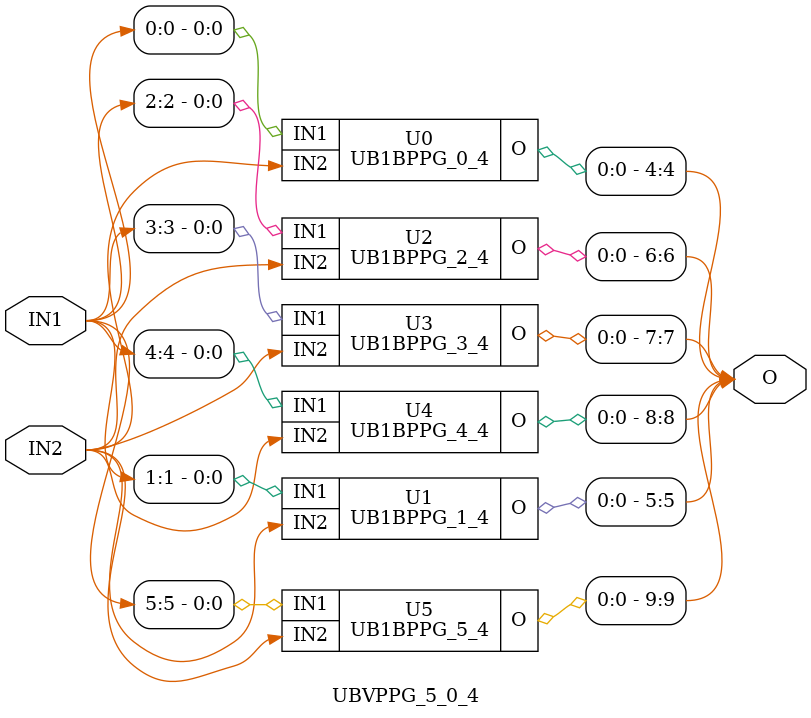
<source format=v>
/*----------------------------------------------------------------------------
  Copyright (c) 2021 Homma laboratory. All rights reserved.

  Top module: Multiplier_5_0_5_000

  Number system: Unsigned binary
  Multiplicand length: 6
  Multiplier length: 6
  Partial product generation: Simple PPG
  Partial product accumulation: Redundant binary addition tree
  Final stage addition: Carry select adder
----------------------------------------------------------------------------*/

module UB1BPPG_0_0(O, IN1, IN2);
  output O;
  input IN1;
  input IN2;
  assign O = IN1 & IN2;
endmodule

module UB1BPPG_1_0(O, IN1, IN2);
  output O;
  input IN1;
  input IN2;
  assign O = IN1 & IN2;
endmodule

module UB1BPPG_2_0(O, IN1, IN2);
  output O;
  input IN1;
  input IN2;
  assign O = IN1 & IN2;
endmodule

module UB1BPPG_3_0(O, IN1, IN2);
  output O;
  input IN1;
  input IN2;
  assign O = IN1 & IN2;
endmodule

module UB1BPPG_4_0(O, IN1, IN2);
  output O;
  input IN1;
  input IN2;
  assign O = IN1 & IN2;
endmodule

module UB1BPPG_5_0(O, IN1, IN2);
  output O;
  input IN1;
  input IN2;
  assign O = IN1 & IN2;
endmodule

module UB1BPPG_0_1(O, IN1, IN2);
  output O;
  input IN1;
  input IN2;
  assign O = IN1 & IN2;
endmodule

module UB1BPPG_1_1(O, IN1, IN2);
  output O;
  input IN1;
  input IN2;
  assign O = IN1 & IN2;
endmodule

module UB1BPPG_2_1(O, IN1, IN2);
  output O;
  input IN1;
  input IN2;
  assign O = IN1 & IN2;
endmodule

module UB1BPPG_3_1(O, IN1, IN2);
  output O;
  input IN1;
  input IN2;
  assign O = IN1 & IN2;
endmodule

module UB1BPPG_4_1(O, IN1, IN2);
  output O;
  input IN1;
  input IN2;
  assign O = IN1 & IN2;
endmodule

module UB1BPPG_5_1(O, IN1, IN2);
  output O;
  input IN1;
  input IN2;
  assign O = IN1 & IN2;
endmodule

module SignP_0(O);
  output O;
  assign O = 0;
endmodule

module BWCPN_1(O, I, S);
  output O;
  input I;
  input S;
  assign O = S ^ ( ~ I );
endmodule

module BWCPN_2(O, I, S);
  output O;
  input I;
  input S;
  assign O = S ^ ( ~ I );
endmodule

module BWCPN_3(O, I, S);
  output O;
  input I;
  input S;
  assign O = S ^ ( ~ I );
endmodule

module BWCPN_4(O, I, S);
  output O;
  input I;
  input S;
  assign O = S ^ ( ~ I );
endmodule

module BWCPN_5(O, I, S);
  output O;
  input I;
  input S;
  assign O = S ^ ( ~ I );
endmodule

module BWCPN_6(O, I, S);
  output O;
  input I;
  input S;
  assign O = S ^ ( ~ I );
endmodule

module NUBBBG_1(O, S);
  output O;
  input S;
  assign O = ~ S;
endmodule

module UBHBBG_7(O, S);
  output O;
  input S;
  assign O = ~ S;
endmodule

module UB1DCON_7(O, I);
  output O;
  input I;
  assign O = I;
endmodule

module UBZero_6_6(O);
  output [6:6] O;
  assign O[6] = 0;
endmodule

module UB1DCON_0(O, I);
  output O;
  input I;
  assign O = I;
endmodule

module UB1DCON_1(O, I);
  output O;
  input I;
  assign O = I;
endmodule

module UB1DCON_2(O, I);
  output O;
  input I;
  assign O = I;
endmodule

module UB1DCON_3(O, I);
  output O;
  input I;
  assign O = I;
endmodule

module UB1DCON_4(O, I);
  output O;
  input I;
  assign O = I;
endmodule

module UB1DCON_5(O, I);
  output O;
  input I;
  assign O = I;
endmodule

module NUBZero_7_7(O);
  output [7:7] O;
  assign O[7] = 0;
endmodule

module NUBZero_0_0(O);
  output [0:0] O;
  assign O[0] = 0;
endmodule

module NUB1DCON_7(O, I);
  output O;
  input I;
  assign O = I;
endmodule

module NUB1DCON_1(O, I);
  output O;
  input I;
  assign O = I;
endmodule

module NUB1DCON_2(O, I);
  output O;
  input I;
  assign O = I;
endmodule

module NUB1DCON_3(O, I);
  output O;
  input I;
  assign O = I;
endmodule

module NUB1DCON_4(O, I);
  output O;
  input I;
  assign O = I;
endmodule

module NUB1DCON_5(O, I);
  output O;
  input I;
  assign O = I;
endmodule

module NUB1DCON_6(O, I);
  output O;
  input I;
  assign O = I;
endmodule

module NUB1DCON_0(O, I);
  output O;
  input I;
  assign O = I;
endmodule

module SD2DigitCom_0(O_p, O_n, I_n, I_p);
  output O_p, O_n;
  input I_n;
  input I_p;
  assign O_p = I_p;
  assign O_n = I_n;
endmodule

module SD2DigitCom_1(O_p, O_n, I_n, I_p);
  output O_p, O_n;
  input I_n;
  input I_p;
  assign O_p = I_p;
  assign O_n = I_n;
endmodule

module SD2DigitCom_2(O_p, O_n, I_n, I_p);
  output O_p, O_n;
  input I_n;
  input I_p;
  assign O_p = I_p;
  assign O_n = I_n;
endmodule

module SD2DigitCom_3(O_p, O_n, I_n, I_p);
  output O_p, O_n;
  input I_n;
  input I_p;
  assign O_p = I_p;
  assign O_n = I_n;
endmodule

module SD2DigitCom_4(O_p, O_n, I_n, I_p);
  output O_p, O_n;
  input I_n;
  input I_p;
  assign O_p = I_p;
  assign O_n = I_n;
endmodule

module SD2DigitCom_5(O_p, O_n, I_n, I_p);
  output O_p, O_n;
  input I_n;
  input I_p;
  assign O_p = I_p;
  assign O_n = I_n;
endmodule

module SD2DigitCom_6(O_p, O_n, I_n, I_p);
  output O_p, O_n;
  input I_n;
  input I_p;
  assign O_p = I_p;
  assign O_n = I_n;
endmodule

module SD2DigitCom_7(O_p, O_n, I_n, I_p);
  output O_p, O_n;
  input I_n;
  input I_p;
  assign O_p = I_p;
  assign O_n = I_n;
endmodule

module UB1BPPG_0_2(O, IN1, IN2);
  output O;
  input IN1;
  input IN2;
  assign O = IN1 & IN2;
endmodule

module UB1BPPG_1_2(O, IN1, IN2);
  output O;
  input IN1;
  input IN2;
  assign O = IN1 & IN2;
endmodule

module UB1BPPG_2_2(O, IN1, IN2);
  output O;
  input IN1;
  input IN2;
  assign O = IN1 & IN2;
endmodule

module UB1BPPG_3_2(O, IN1, IN2);
  output O;
  input IN1;
  input IN2;
  assign O = IN1 & IN2;
endmodule

module UB1BPPG_4_2(O, IN1, IN2);
  output O;
  input IN1;
  input IN2;
  assign O = IN1 & IN2;
endmodule

module UB1BPPG_5_2(O, IN1, IN2);
  output O;
  input IN1;
  input IN2;
  assign O = IN1 & IN2;
endmodule

module UB1BPPG_0_3(O, IN1, IN2);
  output O;
  input IN1;
  input IN2;
  assign O = IN1 & IN2;
endmodule

module UB1BPPG_1_3(O, IN1, IN2);
  output O;
  input IN1;
  input IN2;
  assign O = IN1 & IN2;
endmodule

module UB1BPPG_2_3(O, IN1, IN2);
  output O;
  input IN1;
  input IN2;
  assign O = IN1 & IN2;
endmodule

module UB1BPPG_3_3(O, IN1, IN2);
  output O;
  input IN1;
  input IN2;
  assign O = IN1 & IN2;
endmodule

module UB1BPPG_4_3(O, IN1, IN2);
  output O;
  input IN1;
  input IN2;
  assign O = IN1 & IN2;
endmodule

module UB1BPPG_5_3(O, IN1, IN2);
  output O;
  input IN1;
  input IN2;
  assign O = IN1 & IN2;
endmodule

module BWCPN_7(O, I, S);
  output O;
  input I;
  input S;
  assign O = S ^ ( ~ I );
endmodule

module BWCPN_8(O, I, S);
  output O;
  input I;
  input S;
  assign O = S ^ ( ~ I );
endmodule

module NUBBBG_3(O, S);
  output O;
  input S;
  assign O = ~ S;
endmodule

module UBHBBG_9(O, S);
  output O;
  input S;
  assign O = ~ S;
endmodule

module UB1DCON_9(O, I);
  output O;
  input I;
  assign O = I;
endmodule

module UBZero_8_8(O);
  output [8:8] O;
  assign O[8] = 0;
endmodule

module UB1DCON_6(O, I);
  output O;
  input I;
  assign O = I;
endmodule

module NUBZero_9_9(O);
  output [9:9] O;
  assign O[9] = 0;
endmodule

module NUBZero_2_2(O);
  output [2:2] O;
  assign O[2] = 0;
endmodule

module NUB1DCON_9(O, I);
  output O;
  input I;
  assign O = I;
endmodule

module NUB1DCON_8(O, I);
  output O;
  input I;
  assign O = I;
endmodule

module SD2DigitCom_8(O_p, O_n, I_n, I_p);
  output O_p, O_n;
  input I_n;
  input I_p;
  assign O_p = I_p;
  assign O_n = I_n;
endmodule

module SD2DigitCom_9(O_p, O_n, I_n, I_p);
  output O_p, O_n;
  input I_n;
  input I_p;
  assign O_p = I_p;
  assign O_n = I_n;
endmodule

module UB1BPPG_0_4(O, IN1, IN2);
  output O;
  input IN1;
  input IN2;
  assign O = IN1 & IN2;
endmodule

module UB1BPPG_1_4(O, IN1, IN2);
  output O;
  input IN1;
  input IN2;
  assign O = IN1 & IN2;
endmodule

module UB1BPPG_2_4(O, IN1, IN2);
  output O;
  input IN1;
  input IN2;
  assign O = IN1 & IN2;
endmodule

module UB1BPPG_3_4(O, IN1, IN2);
  output O;
  input IN1;
  input IN2;
  assign O = IN1 & IN2;
endmodule

module UB1BPPG_4_4(O, IN1, IN2);
  output O;
  input IN1;
  input IN2;
  assign O = IN1 & IN2;
endmodule

module UB1BPPG_5_4(O, IN1, IN2);
  output O;
  input IN1;
  input IN2;
  assign O = IN1 & IN2;
endmodule

module UB1BPPG_0_5(O, IN1, IN2);
  output O;
  input IN1;
  input IN2;
  assign O = IN1 & IN2;
endmodule

module UB1BPPG_1_5(O, IN1, IN2);
  output O;
  input IN1;
  input IN2;
  assign O = IN1 & IN2;
endmodule

module UB1BPPG_2_5(O, IN1, IN2);
  output O;
  input IN1;
  input IN2;
  assign O = IN1 & IN2;
endmodule

module UB1BPPG_3_5(O, IN1, IN2);
  output O;
  input IN1;
  input IN2;
  assign O = IN1 & IN2;
endmodule

module UB1BPPG_4_5(O, IN1, IN2);
  output O;
  input IN1;
  input IN2;
  assign O = IN1 & IN2;
endmodule

module UB1BPPG_5_5(O, IN1, IN2);
  output O;
  input IN1;
  input IN2;
  assign O = IN1 & IN2;
endmodule

module BWCPN_9(O, I, S);
  output O;
  input I;
  input S;
  assign O = S ^ ( ~ I );
endmodule

module BWCPN_10(O, I, S);
  output O;
  input I;
  input S;
  assign O = S ^ ( ~ I );
endmodule

module NUBBBG_5(O, S);
  output O;
  input S;
  assign O = ~ S;
endmodule

module UBHBBG_11(O, S);
  output O;
  input S;
  assign O = ~ S;
endmodule

module UB1DCON_11(O, I);
  output O;
  input I;
  assign O = I;
endmodule

module UBZero_10_10(O);
  output [10:10] O;
  assign O[10] = 0;
endmodule

module UB1DCON_8(O, I);
  output O;
  input I;
  assign O = I;
endmodule

module NUBZero_11_11(O);
  output [11:11] O;
  assign O[11] = 0;
endmodule

module NUBZero_4_4(O);
  output [4:4] O;
  assign O[4] = 0;
endmodule

module NUB1DCON_11(O, I);
  output O;
  input I;
  assign O = I;
endmodule

module NUB1DCON_10(O, I);
  output O;
  input I;
  assign O = I;
endmodule

module SD2DigitCom_10(O_p, O_n, I_n, I_p);
  output O_p, O_n;
  input I_n;
  input I_p;
  assign O_p = I_p;
  assign O_n = I_n;
endmodule

module SD2DigitCom_11(O_p, O_n, I_n, I_p);
  output O_p, O_n;
  input I_n;
  input I_p;
  assign O_p = I_p;
  assign O_n = I_n;
endmodule

module NTCSD2Conv_6_1(O_p, O_n, I_T, I_R);
  output [6:1] O_p, O_n;
  input [5:1] I_R;
  input [6:6] I_T;
  assign O_p[6] = I_T;
  assign O_n[6] = 0;
  assign O_p[5] = 0;
  assign O_n[5] = I_R[5];
  assign O_p[4] = 0;
  assign O_n[4] = I_R[4];
  assign O_p[3] = 0;
  assign O_n[3] = I_R[3];
  assign O_p[2] = 0;
  assign O_n[2] = I_R[2];
  assign O_p[1] = 0;
  assign O_n[1] = I_R[1];
endmodule

module SD2_PN_A_Zero_9_8(O_p, O_n);
  output [9:8] O_p, O_n;
  assign O_p[8] = 0;
  assign O_n[8] = 0;
  assign O_p[9] = 0;
  assign O_n[9] = 0;
endmodule

module SD2_PN_A1DCON_8(O_p, O_n, I_p, I_n);
  output O_p, O_n;
  input I_p, I_n;
  assign O_p = I_p;
  assign O_n = I_n;
endmodule

module SD2_PN_A1DCON_9(O_p, O_n, I_p, I_n);
  output O_p, O_n;
  input I_p, I_n;
  assign O_p = I_p;
  assign O_n = I_n;
endmodule

module SD2_PN_A1DCON_0(O_p, O_n, I_p, I_n);
  output O_p, O_n;
  input I_p, I_n;
  assign O_p = I_p;
  assign O_n = I_n;
endmodule

module SD2_PN_A1DCON_1(O_p, O_n, I_p, I_n);
  output O_p, O_n;
  input I_p, I_n;
  assign O_p = I_p;
  assign O_n = I_n;
endmodule

module SD2_PN_A1DCON_2(O_p, O_n, I_p, I_n);
  output O_p, O_n;
  input I_p, I_n;
  assign O_p = I_p;
  assign O_n = I_n;
endmodule

module SD2_PN_A1DCON_3(O_p, O_n, I_p, I_n);
  output O_p, O_n;
  input I_p, I_n;
  assign O_p = I_p;
  assign O_n = I_n;
endmodule

module SD2_PN_A1DCON_4(O_p, O_n, I_p, I_n);
  output O_p, O_n;
  input I_p, I_n;
  assign O_p = I_p;
  assign O_n = I_n;
endmodule

module SD2_PN_A1DCON_5(O_p, O_n, I_p, I_n);
  output O_p, O_n;
  input I_p, I_n;
  assign O_p = I_p;
  assign O_n = I_n;
endmodule

module SD2_PN_A1DCON_6(O_p, O_n, I_p, I_n);
  output O_p, O_n;
  input I_p, I_n;
  assign O_p = I_p;
  assign O_n = I_n;
endmodule

module SD2_PN_A1DCON_7(O_p, O_n, I_p, I_n);
  output O_p, O_n;
  input I_p, I_n;
  assign O_p = I_p;
  assign O_n = I_n;
endmodule

module UBZero_2_2(O);
  output [2:2] O;
  assign O[2] = 0;
endmodule

module SD2DigitDecom_PN_000(X, Y, I_p, I_n);
  output [2:2] X;
  output [2:2] Y;
  input [2:2] I_p, I_n;
  assign X = ~ I_n[2];
  assign Y = I_p[2];
endmodule

module UBFA_2(C, S, X, Y, Z);
  output C;
  output S;
  input X;
  input Y;
  input Z;
  assign C = ( X & Y ) | ( Y & Z ) | ( Z & X );
  assign S = X ^ Y ^ Z;
endmodule

module UBInv_3(O, I);
  output [3:3] O;
  input [3:3] I;
  assign O[3] = ~ I[3];
endmodule

module SD2DigitDecom_PN_001(X, Y, I_p, I_n);
  output [3:3] X;
  output [3:3] Y;
  input [3:3] I_p, I_n;
  assign X = ~ I_n[3];
  assign Y = I_p[3];
endmodule

module UBFA_3(C, S, X, Y, Z);
  output C;
  output S;
  input X;
  input Y;
  input Z;
  assign C = ( X & Y ) | ( Y & Z ) | ( Z & X );
  assign S = X ^ Y ^ Z;
endmodule

module UBInv_4(O, I);
  output [4:4] O;
  input [4:4] I;
  assign O[4] = ~ I[4];
endmodule

module SD2DigitDecom_PN_002(X, Y, I_p, I_n);
  output [4:4] X;
  output [4:4] Y;
  input [4:4] I_p, I_n;
  assign X = ~ I_n[4];
  assign Y = I_p[4];
endmodule

module UBFA_4(C, S, X, Y, Z);
  output C;
  output S;
  input X;
  input Y;
  input Z;
  assign C = ( X & Y ) | ( Y & Z ) | ( Z & X );
  assign S = X ^ Y ^ Z;
endmodule

module UBInv_5(O, I);
  output [5:5] O;
  input [5:5] I;
  assign O[5] = ~ I[5];
endmodule

module SD2DigitDecom_PN_003(X, Y, I_p, I_n);
  output [5:5] X;
  output [5:5] Y;
  input [5:5] I_p, I_n;
  assign X = ~ I_n[5];
  assign Y = I_p[5];
endmodule

module UBFA_5(C, S, X, Y, Z);
  output C;
  output S;
  input X;
  input Y;
  input Z;
  assign C = ( X & Y ) | ( Y & Z ) | ( Z & X );
  assign S = X ^ Y ^ Z;
endmodule

module UBInv_6(O, I);
  output [6:6] O;
  input [6:6] I;
  assign O[6] = ~ I[6];
endmodule

module SD2DigitDecom_PN_004(X, Y, I_p, I_n);
  output [6:6] X;
  output [6:6] Y;
  input [6:6] I_p, I_n;
  assign X = ~ I_n[6];
  assign Y = I_p[6];
endmodule

module UBFA_6(C, S, X, Y, Z);
  output C;
  output S;
  input X;
  input Y;
  input Z;
  assign C = ( X & Y ) | ( Y & Z ) | ( Z & X );
  assign S = X ^ Y ^ Z;
endmodule

module UBInv_7(O, I);
  output [7:7] O;
  input [7:7] I;
  assign O[7] = ~ I[7];
endmodule

module SD2DigitDecom_PN_005(X, Y, I_p, I_n);
  output [7:7] X;
  output [7:7] Y;
  input [7:7] I_p, I_n;
  assign X = ~ I_n[7];
  assign Y = I_p[7];
endmodule

module UBFA_7(C, S, X, Y, Z);
  output C;
  output S;
  input X;
  input Y;
  input Z;
  assign C = ( X & Y ) | ( Y & Z ) | ( Z & X );
  assign S = X ^ Y ^ Z;
endmodule

module UBInv_8(O, I);
  output [8:8] O;
  input [8:8] I;
  assign O[8] = ~ I[8];
endmodule

module SD2DigitDecom_PN_006(X, Y, I_p, I_n);
  output [8:8] X;
  output [8:8] Y;
  input [8:8] I_p, I_n;
  assign X = ~ I_n[8];
  assign Y = I_p[8];
endmodule

module UBFA_8(C, S, X, Y, Z);
  output C;
  output S;
  input X;
  input Y;
  input Z;
  assign C = ( X & Y ) | ( Y & Z ) | ( Z & X );
  assign S = X ^ Y ^ Z;
endmodule

module UBInv_9(O, I);
  output [9:9] O;
  input [9:9] I;
  assign O[9] = ~ I[9];
endmodule

module SD2DigitDecom_PN_007(X, Y, I_p, I_n);
  output [9:9] X;
  output [9:9] Y;
  input [9:9] I_p, I_n;
  assign X = ~ I_n[9];
  assign Y = I_p[9];
endmodule

module UBFA_9(C, S, X, Y, Z);
  output C;
  output S;
  input X;
  input Y;
  input Z;
  assign C = ( X & Y ) | ( Y & Z ) | ( Z & X );
  assign S = X ^ Y ^ Z;
endmodule

module UBInv_10(O, I);
  output [10:10] O;
  input [10:10] I;
  assign O[10] = ~ I[10];
endmodule

module SD2_PN_A_Zero_11_000(O_p, O_n);
  output [11:7] O_p, O_n;
  assign O_p[7] = 0;
  assign O_n[7] = 0;
  assign O_p[8] = 0;
  assign O_n[8] = 0;
  assign O_p[9] = 0;
  assign O_n[9] = 0;
  assign O_p[10] = 0;
  assign O_n[10] = 0;
  assign O_p[11] = 0;
  assign O_n[11] = 0;
endmodule

module SD2_PN_A1DCON_10(O_p, O_n, I_p, I_n);
  output O_p, O_n;
  input I_p, I_n;
  assign O_p = I_p;
  assign O_n = I_n;
endmodule

module SD2_PN_A1DCON_11(O_p, O_n, I_p, I_n);
  output O_p, O_n;
  input I_p, I_n;
  assign O_p = I_p;
  assign O_n = I_n;
endmodule

module UBZero_4_4(O);
  output [4:4] O;
  assign O[4] = 0;
endmodule

module SD2DigitDecom_PN_008(X, Y, I_p, I_n);
  output [10:10] X;
  output [10:10] Y;
  input [10:10] I_p, I_n;
  assign X = ~ I_n[10];
  assign Y = I_p[10];
endmodule

module UBFA_10(C, S, X, Y, Z);
  output C;
  output S;
  input X;
  input Y;
  input Z;
  assign C = ( X & Y ) | ( Y & Z ) | ( Z & X );
  assign S = X ^ Y ^ Z;
endmodule

module UBInv_11(O, I);
  output [11:11] O;
  input [11:11] I;
  assign O[11] = ~ I[11];
endmodule

module SD2DigitDecom_PN_009(X, Y, I_p, I_n);
  output [11:11] X;
  output [11:11] Y;
  input [11:11] I_p, I_n;
  assign X = ~ I_n[11];
  assign Y = I_p[11];
endmodule

module UBFA_11(C, S, X, Y, Z);
  output C;
  output S;
  input X;
  input Y;
  input Z;
  assign C = ( X & Y ) | ( Y & Z ) | ( Z & X );
  assign S = X ^ Y ^ Z;
endmodule

module UBInv_12(O, I);
  output [12:12] O;
  input [12:12] I;
  assign O[12] = ~ I[12];
endmodule

module SD2DigitCom_12(O_p, O_n, I_n, I_p);
  output O_p, O_n;
  input I_n;
  input I_p;
  assign O_p = I_p;
  assign O_n = I_n;
endmodule

module SD2_PN_A_Zero_12_000(O_p, O_n);
  output [12:11] O_p, O_n;
  assign O_p[11] = 0;
  assign O_n[11] = 0;
  assign O_p[12] = 0;
  assign O_n[12] = 0;
endmodule

module SD2_PN_A1DCON_12(O_p, O_n, I_p, I_n);
  output O_p, O_n;
  input I_p, I_n;
  assign O_p = I_p;
  assign O_n = I_n;
endmodule

module UBZero_1_1(O);
  output [1:1] O;
  assign O[1] = 0;
endmodule

module NUBZero_1_1(O);
  output [1:1] O;
  assign O[1] = 0;
endmodule

module SD2DigitDecom_PN_010(X, Y, I_p, I_n);
  output [1:1] X;
  output [1:1] Y;
  input [1:1] I_p, I_n;
  assign X = ~ I_n[1];
  assign Y = I_p[1];
endmodule

module UBFA_1(C, S, X, Y, Z);
  output C;
  output S;
  input X;
  input Y;
  input Z;
  assign C = ( X & Y ) | ( Y & Z ) | ( Z & X );
  assign S = X ^ Y ^ Z;
endmodule

module UBInv_2(O, I);
  output [2:2] O;
  input [2:2] I;
  assign O[2] = ~ I[2];
endmodule

module SD2DigitDecom_PN_011(X, Y, I_p, I_n);
  output [12:12] X;
  output [12:12] Y;
  input [12:12] I_p, I_n;
  assign X = ~ I_n[12];
  assign Y = I_p[12];
endmodule

module UBFA_12(C, S, X, Y, Z);
  output C;
  output S;
  input X;
  input Y;
  input Z;
  assign C = ( X & Y ) | ( Y & Z ) | ( Z & X );
  assign S = X ^ Y ^ Z;
endmodule

module UBInv_13(O, I);
  output [13:13] O;
  input [13:13] I;
  assign O[13] = ~ I[13];
endmodule

module SD2DigitCom_13(O_p, O_n, I_n, I_p);
  output O_p, O_n;
  input I_n;
  input I_p;
  assign O_p = I_p;
  assign O_n = I_n;
endmodule

module SD2DigitDecom_PN_012(X, Y, I_p, I_n);
  output [0:0] X;
  output [0:0] Y;
  input [0:0] I_p, I_n;
  assign X = ~ I_n[0];
  assign Y = I_p[0];
endmodule

module SD2DigitDecom_PN_013(X, Y, I_p, I_n);
  output [13:13] X;
  output [13:13] Y;
  input [13:13] I_p, I_n;
  assign X = ~ I_n[13];
  assign Y = I_p[13];
endmodule

module UBOne_0(O);
  output O;
  assign O = 1;
endmodule

module UBFA_0(C, S, X, Y, Z);
  output C;
  output S;
  input X;
  input Y;
  input Z;
  assign C = ( X & Y ) | ( Y & Z ) | ( Z & X );
  assign S = X ^ Y ^ Z;
endmodule

module UBOne_1(O);
  output O;
  assign O = 1;
endmodule

module UBCSlB_1_1(Co, S, X, Y, Ci);
  output Co;
  output [1:1] S;
  input Ci;
  input [1:1] X;
  input [1:1] Y;
  wire Ci_0;
  wire Ci_1;
  wire Co_0;
  wire Co_1;
  wire [1:1] S_0;
  wire [1:1] S_1;
  assign S[1] = ( S_0[1] & ( ~ Ci ) ) | ( S_1[1] & Ci );
  assign Co = ( Co_0 & ( ~ Ci ) ) | ( Co_1 & Ci );
  UBOne_1 U0 (Ci_1);
  UBZero_1_1 U1 (Ci_0);
  UBRCB_1_1 U2 (Co_0, S_0, X, Y, Ci_0);
  UBRCB_1_1 U3 (Co_1, S_1, X, Y, Ci_1);
endmodule

module UBOne_2(O);
  output O;
  assign O = 1;
endmodule

module UBCSlB_3_2(Co, S, X, Y, Ci);
  output Co;
  output [3:2] S;
  input Ci;
  input [3:2] X;
  input [3:2] Y;
  wire Ci_0;
  wire Ci_1;
  wire Co_0;
  wire Co_1;
  wire [3:2] S_0;
  wire [3:2] S_1;
  assign S[2] = ( S_0[2] & ( ~ Ci ) ) | ( S_1[2] & Ci );
  assign S[3] = ( S_0[3] & ( ~ Ci ) ) | ( S_1[3] & Ci );
  assign Co = ( Co_0 & ( ~ Ci ) ) | ( Co_1 & Ci );
  UBOne_2 U0 (Ci_1);
  UBZero_2_2 U1 (Ci_0);
  UBRCB_3_2 U2 (Co_0, S_0, X, Y, Ci_0);
  UBRCB_3_2 U3 (Co_1, S_1, X, Y, Ci_1);
endmodule

module UBOne_4(O);
  output O;
  assign O = 1;
endmodule

module UBCSlB_6_4(Co, S, X, Y, Ci);
  output Co;
  output [6:4] S;
  input Ci;
  input [6:4] X;
  input [6:4] Y;
  wire Ci_0;
  wire Ci_1;
  wire Co_0;
  wire Co_1;
  wire [6:4] S_0;
  wire [6:4] S_1;
  assign S[4] = ( S_0[4] & ( ~ Ci ) ) | ( S_1[4] & Ci );
  assign S[5] = ( S_0[5] & ( ~ Ci ) ) | ( S_1[5] & Ci );
  assign S[6] = ( S_0[6] & ( ~ Ci ) ) | ( S_1[6] & Ci );
  assign Co = ( Co_0 & ( ~ Ci ) ) | ( Co_1 & Ci );
  UBOne_4 U0 (Ci_1);
  UBZero_4_4 U1 (Ci_0);
  UBRCB_6_4 U2 (Co_0, S_0, X, Y, Ci_0);
  UBRCB_6_4 U3 (Co_1, S_1, X, Y, Ci_1);
endmodule

module UBOne_7(O);
  output O;
  assign O = 1;
endmodule

module UBZero_7_7(O);
  output [7:7] O;
  assign O[7] = 0;
endmodule

module UBCSlB_10_7(Co, S, X, Y, Ci);
  output Co;
  output [10:7] S;
  input Ci;
  input [10:7] X;
  input [10:7] Y;
  wire Ci_0;
  wire Ci_1;
  wire Co_0;
  wire Co_1;
  wire [10:7] S_0;
  wire [10:7] S_1;
  assign S[7] = ( S_0[7] & ( ~ Ci ) ) | ( S_1[7] & Ci );
  assign S[8] = ( S_0[8] & ( ~ Ci ) ) | ( S_1[8] & Ci );
  assign S[9] = ( S_0[9] & ( ~ Ci ) ) | ( S_1[9] & Ci );
  assign S[10] = ( S_0[10] & ( ~ Ci ) ) | ( S_1[10] & Ci );
  assign Co = ( Co_0 & ( ~ Ci ) ) | ( Co_1 & Ci );
  UBOne_7 U0 (Ci_1);
  UBZero_7_7 U1 (Ci_0);
  UBRCB_10_7 U2 (Co_0, S_0, X, Y, Ci_0);
  UBRCB_10_7 U3 (Co_1, S_1, X, Y, Ci_1);
endmodule

module UBOne_11(O);
  output O;
  assign O = 1;
endmodule

module UBZero_11_11(O);
  output [11:11] O;
  assign O[11] = 0;
endmodule

module UBFA_13(C, S, X, Y, Z);
  output C;
  output S;
  input X;
  input Y;
  input Z;
  assign C = ( X & Y ) | ( Y & Z ) | ( Z & X );
  assign S = X ^ Y ^ Z;
endmodule

module UBCSlB_13_11(Co, S, X, Y, Ci);
  output Co;
  output [13:11] S;
  input Ci;
  input [13:11] X;
  input [13:11] Y;
  wire Ci_0;
  wire Ci_1;
  wire Co_0;
  wire Co_1;
  wire [13:11] S_0;
  wire [13:11] S_1;
  assign S[11] = ( S_0[11] & ( ~ Ci ) ) | ( S_1[11] & Ci );
  assign S[12] = ( S_0[12] & ( ~ Ci ) ) | ( S_1[12] & Ci );
  assign S[13] = ( S_0[13] & ( ~ Ci ) ) | ( S_1[13] & Ci );
  assign Co = ( Co_0 & ( ~ Ci ) ) | ( Co_1 & Ci );
  UBOne_11 U0 (Ci_1);
  UBZero_11_11 U1 (Ci_0);
  UBRCB_13_11 U2 (Co_0, S_0, X, Y, Ci_0);
  UBRCB_13_11 U3 (Co_1, S_1, X, Y, Ci_1);
endmodule

module UBPriCSlA_13_0(S, X, Y, Cin);
  output [14:0] S;
  input Cin;
  input [13:0] X;
  input [13:0] Y;
  wire C0;
  wire C1;
  wire C2;
  wire C3;
  wire C4;
  UBRCB_0_0 U0 (C0, S[0], X[0], Y[0], Cin);
  UBCSlB_1_1 U1 (C1, S[1], X[1], Y[1], C0);
  UBCSlB_3_2 U2 (C2, S[3:2], X[3:2], Y[3:2], C1);
  UBCSlB_6_4 U3 (C3, S[6:4], X[6:4], Y[6:4], C2);
  UBCSlB_10_7 U4 (C4, S[10:7], X[10:7], Y[10:7], C3);
  UBCSlB_13_11 U5 (S[14], S[13:11], X[13:11], Y[13:11], C4);
endmodule

module UBInv_14(O, I);
  output [14:14] O;
  input [14:14] I;
  assign O[14] = ~ I[14];
endmodule

module TCCom_14_0(O, I1, I2);
  output [14:0] O;
  input [14:14] I1;
  input [13:0] I2;
  assign O[14] = I1;
  assign O[0] = I2[0];
  assign O[1] = I2[1];
  assign O[2] = I2[2];
  assign O[3] = I2[3];
  assign O[4] = I2[4];
  assign O[5] = I2[5];
  assign O[6] = I2[6];
  assign O[7] = I2[7];
  assign O[8] = I2[8];
  assign O[9] = I2[9];
  assign O[10] = I2[10];
  assign O[11] = I2[11];
  assign O[12] = I2[12];
  assign O[13] = I2[13];
endmodule

module Multiplier_5_0_5_000(P, IN1, IN2);
  output [11:0] P;
  input [5:0] IN1;
  input [5:0] IN2;
  wire [14:0] W;
  assign P[0] = W[0];
  assign P[1] = W[1];
  assign P[2] = W[2];
  assign P[3] = W[3];
  assign P[4] = W[4];
  assign P[5] = W[5];
  assign P[6] = W[6];
  assign P[7] = W[7];
  assign P[8] = W[8];
  assign P[9] = W[9];
  assign P[10] = W[10];
  assign P[11] = W[11];
  MultUB_STD_SD2RBT000 U0 (W, IN1, IN2);
endmodule

module MultUB_STD_SD2RBT000 (P, IN1, IN2);
  output [14:0] P;
  input [5:0] IN1;
  input [5:0] IN2;
  wire [7:0] PP0__dp, PP0__dn;
  wire [9:2] PP1__dp, PP1__dn;
  wire [11:4] PP2__dp, PP2__dn;
  wire [6:1] PP3__dp, PP3__dn;
  wire [13:0] Z__dp, Z__dn;
  UBSPPG_5_0_5_0 U0 (PP0__dp, PP0__dn, PP1__dp, PP1__dn, PP2__dp, PP2__dn, PP3__dp, PP3__dn, IN1, IN2);
  SD2RBTR_7_0_9_2_1000 U1 (Z__dp[13:0], Z__dn[13:0], PP0__dp, PP0__dn, PP1__dp, PP1__dn, PP2__dp, PP2__dn, PP3__dp, PP3__dn);
  SD2TCConv_CSe_13_000 U2 (P, Z__dp, Z__dn);
endmodule

module NUBCMBIN_11_11_10000 (O, IN0, IN1, IN2);
  output [11:4] O;
  input IN0;
  input [10:5] IN1;
  input IN2;
  NUB1DCON_11 U0 (O[11], IN0);
  NUBCON_10_5 U1 (O[10:5], IN1);
  NUB1DCON_4 U2 (O[4], IN2);
endmodule

module NUBCMBIN_5_5_3_3_000 (O, IN0, IN1, IN2);
  output [5:1] O;
  input IN0;
  input IN1;
  input IN2;
  NUB1DCON_5 U0 (O[5], IN0);
  NUBZero_4_4 U1 (O[4]);
  NUB1DCON_3 U2 (O[3], IN1);
  NUBZero_2_2 U3 (O[2]);
  NUB1DCON_1 U4 (O[1], IN2);
endmodule

module NUBCMBIN_7_7_6_1_000 (O, IN0, IN1, IN2);
  output [7:0] O;
  input IN0;
  input [6:1] IN1;
  input IN2;
  NUB1DCON_7 U0 (O[7], IN0);
  NUBCON_6_1 U1 (O[6:1], IN1);
  NUB1DCON_0 U2 (O[0], IN2);
endmodule

module NUBCMBIN_9_9_8_3_000 (O, IN0, IN1, IN2);
  output [9:2] O;
  input IN0;
  input [8:3] IN1;
  input IN2;
  NUB1DCON_9 U0 (O[9], IN0);
  NUBCON_8_3 U1 (O[8:3], IN1);
  NUB1DCON_2 U2 (O[2], IN2);
endmodule

module NUBCON_10_5 (O, I);
  output [10:5] O;
  input [10:5] I;
  NUB1DCON_5 U0 (O[5], I[5]);
  NUB1DCON_6 U1 (O[6], I[6]);
  NUB1DCON_7 U2 (O[7], I[7]);
  NUB1DCON_8 U3 (O[8], I[8]);
  NUB1DCON_9 U4 (O[9], I[9]);
  NUB1DCON_10 U5 (O[10], I[10]);
endmodule

module NUBCON_6_1 (O, I);
  output [6:1] O;
  input [6:1] I;
  NUB1DCON_1 U0 (O[1], I[1]);
  NUB1DCON_2 U1 (O[2], I[2]);
  NUB1DCON_3 U2 (O[3], I[3]);
  NUB1DCON_4 U3 (O[4], I[4]);
  NUB1DCON_5 U4 (O[5], I[5]);
  NUB1DCON_6 U5 (O[6], I[6]);
endmodule

module NUBCON_8_3 (O, I);
  output [8:3] O;
  input [8:3] I;
  NUB1DCON_3 U0 (O[3], I[3]);
  NUB1DCON_4 U1 (O[4], I[4]);
  NUB1DCON_5 U2 (O[5], I[5]);
  NUB1DCON_6 U3 (O[6], I[6]);
  NUB1DCON_7 U4 (O[7], I[7]);
  NUB1DCON_8 U5 (O[8], I[8]);
endmodule

module SD2Decom_PN_13_0 (X, Y, I__dp, I__dn);
  output [13:0] X;
  output [13:0] Y;
  input [13:0] I__dp, I__dn;
  SD2DigitDecom_PN_012 U0 (X[0], Y[0], I__dp[0], I__dn[0]);
  SD2DigitDecom_PN_010 U1 (X[1], Y[1], I__dp[1], I__dn[1]);
  SD2DigitDecom_PN_000 U2 (X[2], Y[2], I__dp[2], I__dn[2]);
  SD2DigitDecom_PN_001 U3 (X[3], Y[3], I__dp[3], I__dn[3]);
  SD2DigitDecom_PN_002 U4 (X[4], Y[4], I__dp[4], I__dn[4]);
  SD2DigitDecom_PN_003 U5 (X[5], Y[5], I__dp[5], I__dn[5]);
  SD2DigitDecom_PN_004 U6 (X[6], Y[6], I__dp[6], I__dn[6]);
  SD2DigitDecom_PN_005 U7 (X[7], Y[7], I__dp[7], I__dn[7]);
  SD2DigitDecom_PN_006 U8 (X[8], Y[8], I__dp[8], I__dn[8]);
  SD2DigitDecom_PN_007 U9 (X[9], Y[9], I__dp[9], I__dn[9]);
  SD2DigitDecom_PN_008 U10 (X[10], Y[10], I__dp[10], I__dn[10]);
  SD2DigitDecom_PN_009 U11 (X[11], Y[11], I__dp[11], I__dn[11]);
  SD2DigitDecom_PN_011 U12 (X[12], Y[12], I__dp[12], I__dn[12]);
  SD2DigitDecom_PN_013 U13 (X[13], Y[13], I__dp[13], I__dn[13]);
endmodule

module SD2DigitRBA_1 (Z__dp, Z__dn, C1o, C2o, X__dp, X__dn, Y__dp, Y__dn, C1i, C2i);
  output C1o;
  output C2o;
  output Z__dp, Z__dn;
  input C1i;
  input C2i;
  input X__dp, X__dn;
  input Y__dp, Y__dn;
  wire C2;
  wire S1;
  wire S2;
  wire Xn;
  wire Xp;
  wire Yn;
  wire Yp;
  SD2DigitDecom_PN_010 U0 (Xn, Xp, X__dp, X__dn);
  SD2DigitDecom_PN_010 U1 (Yn, Yp, Y__dp, Y__dn);
  UBFA_1 U2 (C1o, S1, Xn, Xp, Yn);
  UBFA_1 U3 (C2, S2, C1i, S1, Yp);
  UBInv_2 U4 (C2o, C2);
  SD2DigitCom_1 U5 (Z__dp, Z__dn, C2i, S2);
endmodule

module SD2DigitRBA_10 (Z__dp, Z__dn, C1o, C2o, X__dp, X__dn, Y__dp, Y__dn, C1i, C2i);
  output C1o;
  output C2o;
  output Z__dp, Z__dn;
  input C1i;
  input C2i;
  input X__dp, X__dn;
  input Y__dp, Y__dn;
  wire C2;
  wire S1;
  wire S2;
  wire Xn;
  wire Xp;
  wire Yn;
  wire Yp;
  SD2DigitDecom_PN_008 U0 (Xn, Xp, X__dp, X__dn);
  SD2DigitDecom_PN_008 U1 (Yn, Yp, Y__dp, Y__dn);
  UBFA_10 U2 (C1o, S1, Xn, Xp, Yn);
  UBFA_10 U3 (C2, S2, C1i, S1, Yp);
  UBInv_11 U4 (C2o, C2);
  SD2DigitCom_10 U5 (Z__dp, Z__dn, C2i, S2);
endmodule

module SD2DigitRBA_11 (Z__dp, Z__dn, C1o, C2o, X__dp, X__dn, Y__dp, Y__dn, C1i, C2i);
  output C1o;
  output C2o;
  output Z__dp, Z__dn;
  input C1i;
  input C2i;
  input X__dp, X__dn;
  input Y__dp, Y__dn;
  wire C2;
  wire S1;
  wire S2;
  wire Xn;
  wire Xp;
  wire Yn;
  wire Yp;
  SD2DigitDecom_PN_009 U0 (Xn, Xp, X__dp, X__dn);
  SD2DigitDecom_PN_009 U1 (Yn, Yp, Y__dp, Y__dn);
  UBFA_11 U2 (C1o, S1, Xn, Xp, Yn);
  UBFA_11 U3 (C2, S2, C1i, S1, Yp);
  UBInv_12 U4 (C2o, C2);
  SD2DigitCom_11 U5 (Z__dp, Z__dn, C2i, S2);
endmodule

module SD2DigitRBA_12 (Z__dp, Z__dn, C1o, C2o, X__dp, X__dn, Y__dp, Y__dn, C1i, C2i);
  output C1o;
  output C2o;
  output Z__dp, Z__dn;
  input C1i;
  input C2i;
  input X__dp, X__dn;
  input Y__dp, Y__dn;
  wire C2;
  wire S1;
  wire S2;
  wire Xn;
  wire Xp;
  wire Yn;
  wire Yp;
  SD2DigitDecom_PN_011 U0 (Xn, Xp, X__dp, X__dn);
  SD2DigitDecom_PN_011 U1 (Yn, Yp, Y__dp, Y__dn);
  UBFA_12 U2 (C1o, S1, Xn, Xp, Yn);
  UBFA_12 U3 (C2, S2, C1i, S1, Yp);
  UBInv_13 U4 (C2o, C2);
  SD2DigitCom_12 U5 (Z__dp, Z__dn, C2i, S2);
endmodule

module SD2DigitRBA_2 (Z__dp, Z__dn, C1o, C2o, X__dp, X__dn, Y__dp, Y__dn, C1i, C2i);
  output C1o;
  output C2o;
  output Z__dp, Z__dn;
  input C1i;
  input C2i;
  input X__dp, X__dn;
  input Y__dp, Y__dn;
  wire C2;
  wire S1;
  wire S2;
  wire Xn;
  wire Xp;
  wire Yn;
  wire Yp;
  SD2DigitDecom_PN_000 U0 (Xn, Xp, X__dp, X__dn);
  SD2DigitDecom_PN_000 U1 (Yn, Yp, Y__dp, Y__dn);
  UBFA_2 U2 (C1o, S1, Xn, Xp, Yn);
  UBFA_2 U3 (C2, S2, C1i, S1, Yp);
  UBInv_3 U4 (C2o, C2);
  SD2DigitCom_2 U5 (Z__dp, Z__dn, C2i, S2);
endmodule

module SD2DigitRBA_3 (Z__dp, Z__dn, C1o, C2o, X__dp, X__dn, Y__dp, Y__dn, C1i, C2i);
  output C1o;
  output C2o;
  output Z__dp, Z__dn;
  input C1i;
  input C2i;
  input X__dp, X__dn;
  input Y__dp, Y__dn;
  wire C2;
  wire S1;
  wire S2;
  wire Xn;
  wire Xp;
  wire Yn;
  wire Yp;
  SD2DigitDecom_PN_001 U0 (Xn, Xp, X__dp, X__dn);
  SD2DigitDecom_PN_001 U1 (Yn, Yp, Y__dp, Y__dn);
  UBFA_3 U2 (C1o, S1, Xn, Xp, Yn);
  UBFA_3 U3 (C2, S2, C1i, S1, Yp);
  UBInv_4 U4 (C2o, C2);
  SD2DigitCom_3 U5 (Z__dp, Z__dn, C2i, S2);
endmodule

module SD2DigitRBA_4 (Z__dp, Z__dn, C1o, C2o, X__dp, X__dn, Y__dp, Y__dn, C1i, C2i);
  output C1o;
  output C2o;
  output Z__dp, Z__dn;
  input C1i;
  input C2i;
  input X__dp, X__dn;
  input Y__dp, Y__dn;
  wire C2;
  wire S1;
  wire S2;
  wire Xn;
  wire Xp;
  wire Yn;
  wire Yp;
  SD2DigitDecom_PN_002 U0 (Xn, Xp, X__dp, X__dn);
  SD2DigitDecom_PN_002 U1 (Yn, Yp, Y__dp, Y__dn);
  UBFA_4 U2 (C1o, S1, Xn, Xp, Yn);
  UBFA_4 U3 (C2, S2, C1i, S1, Yp);
  UBInv_5 U4 (C2o, C2);
  SD2DigitCom_4 U5 (Z__dp, Z__dn, C2i, S2);
endmodule

module SD2DigitRBA_5 (Z__dp, Z__dn, C1o, C2o, X__dp, X__dn, Y__dp, Y__dn, C1i, C2i);
  output C1o;
  output C2o;
  output Z__dp, Z__dn;
  input C1i;
  input C2i;
  input X__dp, X__dn;
  input Y__dp, Y__dn;
  wire C2;
  wire S1;
  wire S2;
  wire Xn;
  wire Xp;
  wire Yn;
  wire Yp;
  SD2DigitDecom_PN_003 U0 (Xn, Xp, X__dp, X__dn);
  SD2DigitDecom_PN_003 U1 (Yn, Yp, Y__dp, Y__dn);
  UBFA_5 U2 (C1o, S1, Xn, Xp, Yn);
  UBFA_5 U3 (C2, S2, C1i, S1, Yp);
  UBInv_6 U4 (C2o, C2);
  SD2DigitCom_5 U5 (Z__dp, Z__dn, C2i, S2);
endmodule

module SD2DigitRBA_6 (Z__dp, Z__dn, C1o, C2o, X__dp, X__dn, Y__dp, Y__dn, C1i, C2i);
  output C1o;
  output C2o;
  output Z__dp, Z__dn;
  input C1i;
  input C2i;
  input X__dp, X__dn;
  input Y__dp, Y__dn;
  wire C2;
  wire S1;
  wire S2;
  wire Xn;
  wire Xp;
  wire Yn;
  wire Yp;
  SD2DigitDecom_PN_004 U0 (Xn, Xp, X__dp, X__dn);
  SD2DigitDecom_PN_004 U1 (Yn, Yp, Y__dp, Y__dn);
  UBFA_6 U2 (C1o, S1, Xn, Xp, Yn);
  UBFA_6 U3 (C2, S2, C1i, S1, Yp);
  UBInv_7 U4 (C2o, C2);
  SD2DigitCom_6 U5 (Z__dp, Z__dn, C2i, S2);
endmodule

module SD2DigitRBA_7 (Z__dp, Z__dn, C1o, C2o, X__dp, X__dn, Y__dp, Y__dn, C1i, C2i);
  output C1o;
  output C2o;
  output Z__dp, Z__dn;
  input C1i;
  input C2i;
  input X__dp, X__dn;
  input Y__dp, Y__dn;
  wire C2;
  wire S1;
  wire S2;
  wire Xn;
  wire Xp;
  wire Yn;
  wire Yp;
  SD2DigitDecom_PN_005 U0 (Xn, Xp, X__dp, X__dn);
  SD2DigitDecom_PN_005 U1 (Yn, Yp, Y__dp, Y__dn);
  UBFA_7 U2 (C1o, S1, Xn, Xp, Yn);
  UBFA_7 U3 (C2, S2, C1i, S1, Yp);
  UBInv_8 U4 (C2o, C2);
  SD2DigitCom_7 U5 (Z__dp, Z__dn, C2i, S2);
endmodule

module SD2DigitRBA_8 (Z__dp, Z__dn, C1o, C2o, X__dp, X__dn, Y__dp, Y__dn, C1i, C2i);
  output C1o;
  output C2o;
  output Z__dp, Z__dn;
  input C1i;
  input C2i;
  input X__dp, X__dn;
  input Y__dp, Y__dn;
  wire C2;
  wire S1;
  wire S2;
  wire Xn;
  wire Xp;
  wire Yn;
  wire Yp;
  SD2DigitDecom_PN_006 U0 (Xn, Xp, X__dp, X__dn);
  SD2DigitDecom_PN_006 U1 (Yn, Yp, Y__dp, Y__dn);
  UBFA_8 U2 (C1o, S1, Xn, Xp, Yn);
  UBFA_8 U3 (C2, S2, C1i, S1, Yp);
  UBInv_9 U4 (C2o, C2);
  SD2DigitCom_8 U5 (Z__dp, Z__dn, C2i, S2);
endmodule

module SD2DigitRBA_9 (Z__dp, Z__dn, C1o, C2o, X__dp, X__dn, Y__dp, Y__dn, C1i, C2i);
  output C1o;
  output C2o;
  output Z__dp, Z__dn;
  input C1i;
  input C2i;
  input X__dp, X__dn;
  input Y__dp, Y__dn;
  wire C2;
  wire S1;
  wire S2;
  wire Xn;
  wire Xp;
  wire Yn;
  wire Yp;
  SD2DigitDecom_PN_007 U0 (Xn, Xp, X__dp, X__dn);
  SD2DigitDecom_PN_007 U1 (Yn, Yp, Y__dp, Y__dn);
  UBFA_9 U2 (C1o, S1, Xn, Xp, Yn);
  UBFA_9 U3 (C2, S2, C1i, S1, Yp);
  UBInv_10 U4 (C2o, C2);
  SD2DigitCom_9 U5 (Z__dp, Z__dn, C2i, S2);
endmodule

module SD2PureRBA_11_4 (Z__dp, Z__dn, X__dp, X__dn, Y__dp, Y__dn);
  output [12:4] Z__dp, Z__dn;
  input [11:4] X__dp, X__dn;
  input [11:4] Y__dp, Y__dn;
  wire C1_10;
  wire C1_11;
  wire C1_12;
  wire C1_5;
  wire C1_6;
  wire C1_7;
  wire C1_8;
  wire C1_9;
  wire C1i;
  wire C2_10;
  wire C2_11;
  wire C2_12;
  wire C2_5;
  wire C2_6;
  wire C2_7;
  wire C2_8;
  wire C2_9;
  wire C2i;
  UBZero_4_4 U0 (C1i);
  NUBZero_4_4 U1 (C2i);
  SD2DigitRBA_4 U2 (Z__dp[4], Z__dn[4], C1_5, C2_5, X__dp[4], X__dn[4], Y__dp[4], Y__dn[4], C1i, C2i);
  SD2DigitRBA_5 U3 (Z__dp[5], Z__dn[5], C1_6, C2_6, X__dp[5], X__dn[5], Y__dp[5], Y__dn[5], C1_5, C2_5);
  SD2DigitRBA_6 U4 (Z__dp[6], Z__dn[6], C1_7, C2_7, X__dp[6], X__dn[6], Y__dp[6], Y__dn[6], C1_6, C2_6);
  SD2DigitRBA_7 U5 (Z__dp[7], Z__dn[7], C1_8, C2_8, X__dp[7], X__dn[7], Y__dp[7], Y__dn[7], C1_7, C2_7);
  SD2DigitRBA_8 U6 (Z__dp[8], Z__dn[8], C1_9, C2_9, X__dp[8], X__dn[8], Y__dp[8], Y__dn[8], C1_8, C2_8);
  SD2DigitRBA_9 U7 (Z__dp[9], Z__dn[9], C1_10, C2_10, X__dp[9], X__dn[9], Y__dp[9], Y__dn[9], C1_9, C2_9);
  SD2DigitRBA_10 U8 (Z__dp[10], Z__dn[10], C1_11, C2_11, X__dp[10], X__dn[10], Y__dp[10], Y__dn[10], C1_10, C2_10);
  SD2DigitRBA_11 U9 (Z__dp[11], Z__dn[11], C1_12, C2_12, X__dp[11], X__dn[11], Y__dp[11], Y__dn[11], C1_11, C2_11);
  SD2DigitCom_12 U10 (Z__dp[12], Z__dn[12], C2_12, C1_12);
endmodule

module SD2PureRBA_12_1 (Z__dp, Z__dn, X__dp, X__dn, Y__dp, Y__dn);
  output [13:1] Z__dp, Z__dn;
  input [12:1] X__dp, X__dn;
  input [12:1] Y__dp, Y__dn;
  wire C1_10;
  wire C1_11;
  wire C1_12;
  wire C1_13;
  wire C1_2;
  wire C1_3;
  wire C1_4;
  wire C1_5;
  wire C1_6;
  wire C1_7;
  wire C1_8;
  wire C1_9;
  wire C1i;
  wire C2_10;
  wire C2_11;
  wire C2_12;
  wire C2_13;
  wire C2_2;
  wire C2_3;
  wire C2_4;
  wire C2_5;
  wire C2_6;
  wire C2_7;
  wire C2_8;
  wire C2_9;
  wire C2i;
  UBZero_1_1 U0 (C1i);
  NUBZero_1_1 U1 (C2i);
  SD2DigitRBA_1 U2 (Z__dp[1], Z__dn[1], C1_2, C2_2, X__dp[1], X__dn[1], Y__dp[1], Y__dn[1], C1i, C2i);
  SD2DigitRBA_2 U3 (Z__dp[2], Z__dn[2], C1_3, C2_3, X__dp[2], X__dn[2], Y__dp[2], Y__dn[2], C1_2, C2_2);
  SD2DigitRBA_3 U4 (Z__dp[3], Z__dn[3], C1_4, C2_4, X__dp[3], X__dn[3], Y__dp[3], Y__dn[3], C1_3, C2_3);
  SD2DigitRBA_4 U5 (Z__dp[4], Z__dn[4], C1_5, C2_5, X__dp[4], X__dn[4], Y__dp[4], Y__dn[4], C1_4, C2_4);
  SD2DigitRBA_5 U6 (Z__dp[5], Z__dn[5], C1_6, C2_6, X__dp[5], X__dn[5], Y__dp[5], Y__dn[5], C1_5, C2_5);
  SD2DigitRBA_6 U7 (Z__dp[6], Z__dn[6], C1_7, C2_7, X__dp[6], X__dn[6], Y__dp[6], Y__dn[6], C1_6, C2_6);
  SD2DigitRBA_7 U8 (Z__dp[7], Z__dn[7], C1_8, C2_8, X__dp[7], X__dn[7], Y__dp[7], Y__dn[7], C1_7, C2_7);
  SD2DigitRBA_8 U9 (Z__dp[8], Z__dn[8], C1_9, C2_9, X__dp[8], X__dn[8], Y__dp[8], Y__dn[8], C1_8, C2_8);
  SD2DigitRBA_9 U10 (Z__dp[9], Z__dn[9], C1_10, C2_10, X__dp[9], X__dn[9], Y__dp[9], Y__dn[9], C1_9, C2_9);
  SD2DigitRBA_10 U11 (Z__dp[10], Z__dn[10], C1_11, C2_11, X__dp[10], X__dn[10], Y__dp[10], Y__dn[10], C1_10, C2_10);
  SD2DigitRBA_11 U12 (Z__dp[11], Z__dn[11], C1_12, C2_12, X__dp[11], X__dn[11], Y__dp[11], Y__dn[11], C1_11, C2_11);
  SD2DigitRBA_12 U13 (Z__dp[12], Z__dn[12], C1_13, C2_13, X__dp[12], X__dn[12], Y__dp[12], Y__dn[12], C1_12, C2_12);
  SD2DigitCom_13 U14 (Z__dp[13], Z__dn[13], C2_13, C1_13);
endmodule

module SD2PureRBA_9_2 (Z__dp, Z__dn, X__dp, X__dn, Y__dp, Y__dn);
  output [10:2] Z__dp, Z__dn;
  input [9:2] X__dp, X__dn;
  input [9:2] Y__dp, Y__dn;
  wire C1_10;
  wire C1_3;
  wire C1_4;
  wire C1_5;
  wire C1_6;
  wire C1_7;
  wire C1_8;
  wire C1_9;
  wire C1i;
  wire C2_10;
  wire C2_3;
  wire C2_4;
  wire C2_5;
  wire C2_6;
  wire C2_7;
  wire C2_8;
  wire C2_9;
  wire C2i;
  UBZero_2_2 U0 (C1i);
  NUBZero_2_2 U1 (C2i);
  SD2DigitRBA_2 U2 (Z__dp[2], Z__dn[2], C1_3, C2_3, X__dp[2], X__dn[2], Y__dp[2], Y__dn[2], C1i, C2i);
  SD2DigitRBA_3 U3 (Z__dp[3], Z__dn[3], C1_4, C2_4, X__dp[3], X__dn[3], Y__dp[3], Y__dn[3], C1_3, C2_3);
  SD2DigitRBA_4 U4 (Z__dp[4], Z__dn[4], C1_5, C2_5, X__dp[4], X__dn[4], Y__dp[4], Y__dn[4], C1_4, C2_4);
  SD2DigitRBA_5 U5 (Z__dp[5], Z__dn[5], C1_6, C2_6, X__dp[5], X__dn[5], Y__dp[5], Y__dn[5], C1_5, C2_5);
  SD2DigitRBA_6 U6 (Z__dp[6], Z__dn[6], C1_7, C2_7, X__dp[6], X__dn[6], Y__dp[6], Y__dn[6], C1_6, C2_6);
  SD2DigitRBA_7 U7 (Z__dp[7], Z__dn[7], C1_8, C2_8, X__dp[7], X__dn[7], Y__dp[7], Y__dn[7], C1_7, C2_7);
  SD2DigitRBA_8 U8 (Z__dp[8], Z__dn[8], C1_9, C2_9, X__dp[8], X__dn[8], Y__dp[8], Y__dn[8], C1_8, C2_8);
  SD2DigitRBA_9 U9 (Z__dp[9], Z__dn[9], C1_10, C2_10, X__dp[9], X__dn[9], Y__dp[9], Y__dn[9], C1_9, C2_9);
  SD2DigitCom_10 U10 (Z__dp[10], Z__dn[10], C2_10, C1_10);
endmodule

module SD2RBA_10_0_12_1 (Z__dp, Z__dn, X__dp, X__dn, Y__dp, Y__dn);
  output [13:0] Z__dp, Z__dn;
  input [10:0] X__dp, X__dn;
  input [12:1] Y__dp, Y__dn;
  wire [12:0] XX__dp, XX__dn;
  wire [12:11] Zero__dp, Zero__dn;
  SD2_PN_A_Zero_12_000 U0 (Zero__dp[12:11], Zero__dn[12:11]);
  SD2_PN_ACMBIN_12_000 U1 (XX__dp[12:0], XX__dn[12:0], Zero__dp[12:11], Zero__dn[12:11], X__dp[10:0], X__dn[10:0]);
  SD2PureRBA_12_1 U2 (Z__dp[13:1], Z__dn[13:1], XX__dp[12:1], XX__dn[12:1], Y__dp[12:1], Y__dn[12:1]);
  SD2_PN_A1DCON_0 U3 (Z__dp[0], Z__dn[0], XX__dp[0], XX__dn[0]);
endmodule

module SD2RBA_11_4_6_1 (Z__dp, Z__dn, X__dp, X__dn, Y__dp, Y__dn);
  output [12:1] Z__dp, Z__dn;
  input [11:4] X__dp, X__dn;
  input [6:1] Y__dp, Y__dn;
  wire [11:1] YY__dp, YY__dn;
  wire [11:7] Zero__dp, Zero__dn;
  SD2_PN_A_Zero_11_000 U0 (Zero__dp[11:7], Zero__dn[11:7]);
  SD2_PN_ACMBIN_11_000 U1 (YY__dp[11:1], YY__dn[11:1], Zero__dp[11:7], Zero__dn[11:7], Y__dp[6:1], Y__dn[6:1]);
  SD2PureRBA_11_4 U2 (Z__dp[12:4], Z__dn[12:4], X__dp[11:4], X__dn[11:4], YY__dp[11:4], YY__dn[11:4]);
  SD2_PN_ACON_3_1 U3 (Z__dp[3:1], Z__dn[3:1], YY__dp[3:1], YY__dn[3:1]);
endmodule

module SD2RBA_7_0_9_2 (Z__dp, Z__dn, X__dp, X__dn, Y__dp, Y__dn);
  output [10:0] Z__dp, Z__dn;
  input [7:0] X__dp, X__dn;
  input [9:2] Y__dp, Y__dn;
  wire [9:0] XX__dp, XX__dn;
  wire [9:8] Zero__dp, Zero__dn;
  SD2_PN_A_Zero_9_8 U0 (Zero__dp[9:8], Zero__dn[9:8]);
  SD2_PN_ACMBIN_9_8000 U1 (XX__dp[9:0], XX__dn[9:0], Zero__dp[9:8], Zero__dn[9:8], X__dp[7:0], X__dn[7:0]);
  SD2PureRBA_9_2 U2 (Z__dp[10:2], Z__dn[10:2], XX__dp[9:2], XX__dn[9:2], Y__dp[9:2], Y__dn[9:2]);
  SD2_PN_ACON_1_0 U3 (Z__dp[1:0], Z__dn[1:0], XX__dp[1:0], XX__dn[1:0]);
endmodule

module SD2RBTR_7_0_9_2_1000 (Z__dp, Z__dn, PP0__dp, PP0__dn, PP1__dp, PP1__dn, PP2__dp, PP2__dn, PP3__dp, PP3__dn);
  output [13:0] Z__dp, Z__dn;
  input [7:0] PP0__dp, PP0__dn;
  input [9:2] PP1__dp, PP1__dn;
  input [11:4] PP2__dp, PP2__dn;
  input [6:1] PP3__dp, PP3__dn;
  wire [10:0] W1_0__dp, W1_0__dn;
  wire [12:1] W1_1__dp, W1_1__dn;
  SD2RBA_7_0_9_2 U0 (W1_0__dp[10:0], W1_0__dn[10:0], PP0__dp, PP0__dn, PP1__dp, PP1__dn);
  SD2RBA_11_4_6_1 U1 (W1_1__dp[12:1], W1_1__dn[12:1], PP2__dp, PP2__dn, PP3__dp, PP3__dn);
  SD2RBA_10_0_12_1 U2 (Z__dp[13:0], Z__dn[13:0], W1_0__dp[10:0], W1_0__dn[10:0], W1_1__dp[12:1], W1_1__dn[12:1]);
endmodule

module SD2TCConv_CSe_13_000 (O, I__dp, I__dn);
  output [14:0] O;
  input [13:0] I__dp, I__dn;
  wire C;
  wire [14:0] S;
  wire [13:0] X;
  wire [13:0] Y;
  wire Z;
  SD2Decom_PN_13_0 U0 (X, Y, I__dp, I__dn);
  UBOne_0 U1 (C);
  UBPriCSlA_13_0 U2 (S, X, Y, C);
  UBInv_14 U3 (Z, S[14]);
  TCCom_14_0 U4 (O, Z, S[13:0]);
endmodule

module SD2_PN_ACMBIN_11_000 (O__dp, O__dn, IN0__dp, IN0__dn, IN1__dp, IN1__dn);
  output [11:1] O__dp, O__dn;
  input [11:7] IN0__dp, IN0__dn;
  input [6:1] IN1__dp, IN1__dn;
  SD2_PN_ACON_11_7 U0 (O__dp[11:7], O__dn[11:7], IN0__dp, IN0__dn);
  SD2_PN_ACON_6_1 U1 (O__dp[6:1], O__dn[6:1], IN1__dp, IN1__dn);
endmodule

module SD2_PN_ACMBIN_12_000 (O__dp, O__dn, IN0__dp, IN0__dn, IN1__dp, IN1__dn);
  output [12:0] O__dp, O__dn;
  input [12:11] IN0__dp, IN0__dn;
  input [10:0] IN1__dp, IN1__dn;
  SD2_PN_ACON_12_11 U0 (O__dp[12:11], O__dn[12:11], IN0__dp, IN0__dn);
  SD2_PN_ACON_10_0 U1 (O__dp[10:0], O__dn[10:0], IN1__dp, IN1__dn);
endmodule

module SD2_PN_ACMBIN_9_8000 (O__dp, O__dn, IN0__dp, IN0__dn, IN1__dp, IN1__dn);
  output [9:0] O__dp, O__dn;
  input [9:8] IN0__dp, IN0__dn;
  input [7:0] IN1__dp, IN1__dn;
  SD2_PN_ACON_9_8 U0 (O__dp[9:8], O__dn[9:8], IN0__dp, IN0__dn);
  SD2_PN_ACON_7_0 U1 (O__dp[7:0], O__dn[7:0], IN1__dp, IN1__dn);
endmodule

module SD2_PN_ACON_10_0 (O__dp, O__dn, I__dp, I__dn);
  output [10:0] O__dp, O__dn;
  input [10:0] I__dp, I__dn;
  SD2_PN_A1DCON_0 U0 (O__dp[0], O__dn[0], I__dp[0], I__dn[0]);
  SD2_PN_A1DCON_1 U1 (O__dp[1], O__dn[1], I__dp[1], I__dn[1]);
  SD2_PN_A1DCON_2 U2 (O__dp[2], O__dn[2], I__dp[2], I__dn[2]);
  SD2_PN_A1DCON_3 U3 (O__dp[3], O__dn[3], I__dp[3], I__dn[3]);
  SD2_PN_A1DCON_4 U4 (O__dp[4], O__dn[4], I__dp[4], I__dn[4]);
  SD2_PN_A1DCON_5 U5 (O__dp[5], O__dn[5], I__dp[5], I__dn[5]);
  SD2_PN_A1DCON_6 U6 (O__dp[6], O__dn[6], I__dp[6], I__dn[6]);
  SD2_PN_A1DCON_7 U7 (O__dp[7], O__dn[7], I__dp[7], I__dn[7]);
  SD2_PN_A1DCON_8 U8 (O__dp[8], O__dn[8], I__dp[8], I__dn[8]);
  SD2_PN_A1DCON_9 U9 (O__dp[9], O__dn[9], I__dp[9], I__dn[9]);
  SD2_PN_A1DCON_10 U10 (O__dp[10], O__dn[10], I__dp[10], I__dn[10]);
endmodule

module SD2_PN_ACON_11_7 (O__dp, O__dn, I__dp, I__dn);
  output [11:7] O__dp, O__dn;
  input [11:7] I__dp, I__dn;
  SD2_PN_A1DCON_7 U0 (O__dp[7], O__dn[7], I__dp[7], I__dn[7]);
  SD2_PN_A1DCON_8 U1 (O__dp[8], O__dn[8], I__dp[8], I__dn[8]);
  SD2_PN_A1DCON_9 U2 (O__dp[9], O__dn[9], I__dp[9], I__dn[9]);
  SD2_PN_A1DCON_10 U3 (O__dp[10], O__dn[10], I__dp[10], I__dn[10]);
  SD2_PN_A1DCON_11 U4 (O__dp[11], O__dn[11], I__dp[11], I__dn[11]);
endmodule

module SD2_PN_ACON_12_11 (O__dp, O__dn, I__dp, I__dn);
  output [12:11] O__dp, O__dn;
  input [12:11] I__dp, I__dn;
  SD2_PN_A1DCON_11 U0 (O__dp[11], O__dn[11], I__dp[11], I__dn[11]);
  SD2_PN_A1DCON_12 U1 (O__dp[12], O__dn[12], I__dp[12], I__dn[12]);
endmodule

module SD2_PN_ACON_1_0 (O__dp, O__dn, I__dp, I__dn);
  output [1:0] O__dp, O__dn;
  input [1:0] I__dp, I__dn;
  SD2_PN_A1DCON_0 U0 (O__dp[0], O__dn[0], I__dp[0], I__dn[0]);
  SD2_PN_A1DCON_1 U1 (O__dp[1], O__dn[1], I__dp[1], I__dn[1]);
endmodule

module SD2_PN_ACON_3_1 (O__dp, O__dn, I__dp, I__dn);
  output [3:1] O__dp, O__dn;
  input [3:1] I__dp, I__dn;
  SD2_PN_A1DCON_1 U0 (O__dp[1], O__dn[1], I__dp[1], I__dn[1]);
  SD2_PN_A1DCON_2 U1 (O__dp[2], O__dn[2], I__dp[2], I__dn[2]);
  SD2_PN_A1DCON_3 U2 (O__dp[3], O__dn[3], I__dp[3], I__dn[3]);
endmodule

module SD2_PN_ACON_6_1 (O__dp, O__dn, I__dp, I__dn);
  output [6:1] O__dp, O__dn;
  input [6:1] I__dp, I__dn;
  SD2_PN_A1DCON_1 U0 (O__dp[1], O__dn[1], I__dp[1], I__dn[1]);
  SD2_PN_A1DCON_2 U1 (O__dp[2], O__dn[2], I__dp[2], I__dn[2]);
  SD2_PN_A1DCON_3 U2 (O__dp[3], O__dn[3], I__dp[3], I__dn[3]);
  SD2_PN_A1DCON_4 U3 (O__dp[4], O__dn[4], I__dp[4], I__dn[4]);
  SD2_PN_A1DCON_5 U4 (O__dp[5], O__dn[5], I__dp[5], I__dn[5]);
  SD2_PN_A1DCON_6 U5 (O__dp[6], O__dn[6], I__dp[6], I__dn[6]);
endmodule

module SD2_PN_ACON_7_0 (O__dp, O__dn, I__dp, I__dn);
  output [7:0] O__dp, O__dn;
  input [7:0] I__dp, I__dn;
  SD2_PN_A1DCON_0 U0 (O__dp[0], O__dn[0], I__dp[0], I__dn[0]);
  SD2_PN_A1DCON_1 U1 (O__dp[1], O__dn[1], I__dp[1], I__dn[1]);
  SD2_PN_A1DCON_2 U2 (O__dp[2], O__dn[2], I__dp[2], I__dn[2]);
  SD2_PN_A1DCON_3 U3 (O__dp[3], O__dn[3], I__dp[3], I__dn[3]);
  SD2_PN_A1DCON_4 U4 (O__dp[4], O__dn[4], I__dp[4], I__dn[4]);
  SD2_PN_A1DCON_5 U5 (O__dp[5], O__dn[5], I__dp[5], I__dn[5]);
  SD2_PN_A1DCON_6 U6 (O__dp[6], O__dn[6], I__dp[6], I__dn[6]);
  SD2_PN_A1DCON_7 U7 (O__dp[7], O__dn[7], I__dp[7], I__dn[7]);
endmodule

module SD2_PN_ACON_9_8 (O__dp, O__dn, I__dp, I__dn);
  output [9:8] O__dp, O__dn;
  input [9:8] I__dp, I__dn;
  SD2_PN_A1DCON_8 U0 (O__dp[8], O__dn[8], I__dp[8], I__dn[8]);
  SD2_PN_A1DCON_9 U1 (O__dp[9], O__dn[9], I__dp[9], I__dn[9]);
endmodule

module UBCMBIN_11_11_9_4 (O, IN0, IN1);
  output [11:4] O;
  input IN0;
  input [9:4] IN1;
  UB1DCON_11 U0 (O[11], IN0);
  UBZero_10_10 U1 (O[10]);
  UBCON_9_4 U2 (O[9:4], IN1);
endmodule

module UBCMBIN_7_7_5_0 (O, IN0, IN1);
  output [7:0] O;
  input IN0;
  input [5:0] IN1;
  UB1DCON_7 U0 (O[7], IN0);
  UBZero_6_6 U1 (O[6]);
  UBCON_5_0 U2 (O[5:0], IN1);
endmodule

module UBCMBIN_9_9_7_2 (O, IN0, IN1);
  output [9:2] O;
  input IN0;
  input [7:2] IN1;
  UB1DCON_9 U0 (O[9], IN0);
  UBZero_8_8 U1 (O[8]);
  UBCON_7_2 U2 (O[7:2], IN1);
endmodule

module UBCON_5_0 (O, I);
  output [5:0] O;
  input [5:0] I;
  UB1DCON_0 U0 (O[0], I[0]);
  UB1DCON_1 U1 (O[1], I[1]);
  UB1DCON_2 U2 (O[2], I[2]);
  UB1DCON_3 U3 (O[3], I[3]);
  UB1DCON_4 U4 (O[4], I[4]);
  UB1DCON_5 U5 (O[5], I[5]);
endmodule

module UBCON_7_2 (O, I);
  output [7:2] O;
  input [7:2] I;
  UB1DCON_2 U0 (O[2], I[2]);
  UB1DCON_3 U1 (O[3], I[3]);
  UB1DCON_4 U2 (O[4], I[4]);
  UB1DCON_5 U3 (O[5], I[5]);
  UB1DCON_6 U4 (O[6], I[6]);
  UB1DCON_7 U5 (O[7], I[7]);
endmodule

module UBCON_9_4 (O, I);
  output [9:4] O;
  input [9:4] I;
  UB1DCON_4 U0 (O[4], I[4]);
  UB1DCON_5 U1 (O[5], I[5]);
  UB1DCON_6 U2 (O[6], I[6]);
  UB1DCON_7 U3 (O[7], I[7]);
  UB1DCON_8 U4 (O[8], I[8]);
  UB1DCON_9 U5 (O[9], I[9]);
endmodule

module UBMinusVPPG_5_0_1 (P, PP, C, I1, I2);
  output C;
  output P;
  output [6:1] PP;
  input [5:0] I1;
  input I2;
  wire S;
  wire [6:1] W;
  UB1BPPG_0_1 U0 (W[1], I1[0], I2);
  UB1BPPG_1_1 U1 (W[2], I1[1], I2);
  UB1BPPG_2_1 U2 (W[3], I1[2], I2);
  UB1BPPG_3_1 U3 (W[4], I1[3], I2);
  UB1BPPG_4_1 U4 (W[5], I1[4], I2);
  UB1BPPG_5_1 U5 (W[6], I1[5], I2);
  SignP_0 U6 (S);
  UBNUBWCON_6_1 U7 (PP, W, S);
  NUBBBG_1 U8 (C, S);
  UBHBBG_7 U9 (P, S);
endmodule

module UBMinusVPPG_5_0_3 (P, PP, C, I1, I2);
  output C;
  output P;
  output [8:3] PP;
  input [5:0] I1;
  input I2;
  wire S;
  wire [8:3] W;
  UB1BPPG_0_3 U0 (W[3], I1[0], I2);
  UB1BPPG_1_3 U1 (W[4], I1[1], I2);
  UB1BPPG_2_3 U2 (W[5], I1[2], I2);
  UB1BPPG_3_3 U3 (W[6], I1[3], I2);
  UB1BPPG_4_3 U4 (W[7], I1[4], I2);
  UB1BPPG_5_3 U5 (W[8], I1[5], I2);
  SignP_0 U6 (S);
  UBNUBWCON_8_3 U7 (PP, W, S);
  NUBBBG_3 U8 (C, S);
  UBHBBG_9 U9 (P, S);
endmodule

module UBMinusVPPG_5_0_5 (P, PP, C, I1, I2);
  output C;
  output P;
  output [10:5] PP;
  input [5:0] I1;
  input I2;
  wire S;
  wire [10:5] W;
  UB1BPPG_0_5 U0 (W[5], I1[0], I2);
  UB1BPPG_1_5 U1 (W[6], I1[1], I2);
  UB1BPPG_2_5 U2 (W[7], I1[2], I2);
  UB1BPPG_3_5 U3 (W[8], I1[3], I2);
  UB1BPPG_4_5 U4 (W[9], I1[4], I2);
  UB1BPPG_5_5 U5 (W[10], I1[5], I2);
  SignP_0 U6 (S);
  UBNUBWCON_10_5 U7 (PP, W, S);
  NUBBBG_5 U8 (C, S);
  UBHBBG_11 U9 (P, S);
endmodule

module UBNUBWCON_10_5 (O, I, S);
  output [10:5] O;
  input [10:5] I;
  input S;
  BWCPN_5 U0 (O[5], I[5], S);
  BWCPN_6 U1 (O[6], I[6], S);
  BWCPN_7 U2 (O[7], I[7], S);
  BWCPN_8 U3 (O[8], I[8], S);
  BWCPN_9 U4 (O[9], I[9], S);
  BWCPN_10 U5 (O[10], I[10], S);
endmodule

module UBNUBWCON_6_1 (O, I, S);
  output [6:1] O;
  input [6:1] I;
  input S;
  BWCPN_1 U0 (O[1], I[1], S);
  BWCPN_2 U1 (O[2], I[2], S);
  BWCPN_3 U2 (O[3], I[3], S);
  BWCPN_4 U3 (O[4], I[4], S);
  BWCPN_5 U4 (O[5], I[5], S);
  BWCPN_6 U5 (O[6], I[6], S);
endmodule

module UBNUBWCON_8_3 (O, I, S);
  output [8:3] O;
  input [8:3] I;
  input S;
  BWCPN_3 U0 (O[3], I[3], S);
  BWCPN_4 U1 (O[4], I[4], S);
  BWCPN_5 U2 (O[5], I[5], S);
  BWCPN_6 U3 (O[6], I[6], S);
  BWCPN_7 U4 (O[7], I[7], S);
  BWCPN_8 U5 (O[8], I[8], S);
endmodule

module UBNUB_SD2Comp_11_000 (O__dp, O__dn, I_p, I_n);
  output [11:4] O__dp, O__dn;
  input [10:5] I_n;
  input [11:4] I_p;
  wire [11:4] N;
  wire Z_h;
  wire Z_l;
  NUBZero_11_11 U0 (Z_h);
  NUBZero_4_4 U1 (Z_l);
  NUBCMBIN_11_11_10000 U2 (N, Z_h, I_n, Z_l);
  UBNUB_SD2PriComp_002 U3 (O__dp, O__dn, I_p, N);
endmodule

module UBNUB_SD2Comp_7_0000 (O__dp, O__dn, I_p, I_n);
  output [7:0] O__dp, O__dn;
  input [6:1] I_n;
  input [7:0] I_p;
  wire [7:0] N;
  wire Z_h;
  wire Z_l;
  NUBZero_7_7 U0 (Z_h);
  NUBZero_0_0 U1 (Z_l);
  NUBCMBIN_7_7_6_1_000 U2 (N, Z_h, I_n, Z_l);
  UBNUB_SD2PriComp_000 U3 (O__dp, O__dn, I_p, N);
endmodule

module UBNUB_SD2Comp_9_2000 (O__dp, O__dn, I_p, I_n);
  output [9:2] O__dp, O__dn;
  input [8:3] I_n;
  input [9:2] I_p;
  wire [9:2] N;
  wire Z_h;
  wire Z_l;
  NUBZero_9_9 U0 (Z_h);
  NUBZero_2_2 U1 (Z_l);
  NUBCMBIN_9_9_8_3_000 U2 (N, Z_h, I_n, Z_l);
  UBNUB_SD2PriComp_001 U3 (O__dp, O__dn, I_p, N);
endmodule

module UBNUB_SD2PriComp_000 (O__dp, O__dn, I_p, I_n);
  output [7:0] O__dp, O__dn;
  input [7:0] I_n;
  input [7:0] I_p;
  SD2DigitCom_0 U0 (O__dp[0], O__dn[0], I_n[0], I_p[0]);
  SD2DigitCom_1 U1 (O__dp[1], O__dn[1], I_n[1], I_p[1]);
  SD2DigitCom_2 U2 (O__dp[2], O__dn[2], I_n[2], I_p[2]);
  SD2DigitCom_3 U3 (O__dp[3], O__dn[3], I_n[3], I_p[3]);
  SD2DigitCom_4 U4 (O__dp[4], O__dn[4], I_n[4], I_p[4]);
  SD2DigitCom_5 U5 (O__dp[5], O__dn[5], I_n[5], I_p[5]);
  SD2DigitCom_6 U6 (O__dp[6], O__dn[6], I_n[6], I_p[6]);
  SD2DigitCom_7 U7 (O__dp[7], O__dn[7], I_n[7], I_p[7]);
endmodule

module UBNUB_SD2PriComp_001 (O__dp, O__dn, I_p, I_n);
  output [9:2] O__dp, O__dn;
  input [9:2] I_n;
  input [9:2] I_p;
  SD2DigitCom_2 U0 (O__dp[2], O__dn[2], I_n[2], I_p[2]);
  SD2DigitCom_3 U1 (O__dp[3], O__dn[3], I_n[3], I_p[3]);
  SD2DigitCom_4 U2 (O__dp[4], O__dn[4], I_n[4], I_p[4]);
  SD2DigitCom_5 U3 (O__dp[5], O__dn[5], I_n[5], I_p[5]);
  SD2DigitCom_6 U4 (O__dp[6], O__dn[6], I_n[6], I_p[6]);
  SD2DigitCom_7 U5 (O__dp[7], O__dn[7], I_n[7], I_p[7]);
  SD2DigitCom_8 U6 (O__dp[8], O__dn[8], I_n[8], I_p[8]);
  SD2DigitCom_9 U7 (O__dp[9], O__dn[9], I_n[9], I_p[9]);
endmodule

module UBNUB_SD2PriComp_002 (O__dp, O__dn, I_p, I_n);
  output [11:4] O__dp, O__dn;
  input [11:4] I_n;
  input [11:4] I_p;
  SD2DigitCom_4 U0 (O__dp[4], O__dn[4], I_n[4], I_p[4]);
  SD2DigitCom_5 U1 (O__dp[5], O__dn[5], I_n[5], I_p[5]);
  SD2DigitCom_6 U2 (O__dp[6], O__dn[6], I_n[6], I_p[6]);
  SD2DigitCom_7 U3 (O__dp[7], O__dn[7], I_n[7], I_p[7]);
  SD2DigitCom_8 U4 (O__dp[8], O__dn[8], I_n[8], I_p[8]);
  SD2DigitCom_9 U5 (O__dp[9], O__dn[9], I_n[9], I_p[9]);
  SD2DigitCom_10 U6 (O__dp[10], O__dn[10], I_n[10], I_p[10]);
  SD2DigitCom_11 U7 (O__dp[11], O__dn[11], I_n[11], I_p[11]);
endmodule

module UBRCB_0_0 (Co, S, X, Y, Ci);
  output Co;
  output S;
  input Ci;
  input X;
  input Y;
  UBFA_0 U0 (Co, S, X, Y, Ci);
endmodule

module UBRCB_10_7 (Co, S, X, Y, Ci);
  output Co;
  output [10:7] S;
  input Ci;
  input [10:7] X;
  input [10:7] Y;
  wire C10;
  wire C8;
  wire C9;
  UBFA_7 U0 (C8, S[7], X[7], Y[7], Ci);
  UBFA_8 U1 (C9, S[8], X[8], Y[8], C8);
  UBFA_9 U2 (C10, S[9], X[9], Y[9], C9);
  UBFA_10 U3 (Co, S[10], X[10], Y[10], C10);
endmodule

module UBRCB_13_11 (Co, S, X, Y, Ci);
  output Co;
  output [13:11] S;
  input Ci;
  input [13:11] X;
  input [13:11] Y;
  wire C12;
  wire C13;
  UBFA_11 U0 (C12, S[11], X[11], Y[11], Ci);
  UBFA_12 U1 (C13, S[12], X[12], Y[12], C12);
  UBFA_13 U2 (Co, S[13], X[13], Y[13], C13);
endmodule

module UBRCB_1_1 (Co, S, X, Y, Ci);
  output Co;
  output S;
  input Ci;
  input X;
  input Y;
  UBFA_1 U0 (Co, S, X, Y, Ci);
endmodule

module UBRCB_3_2 (Co, S, X, Y, Ci);
  output Co;
  output [3:2] S;
  input Ci;
  input [3:2] X;
  input [3:2] Y;
  wire C3;
  UBFA_2 U0 (C3, S[2], X[2], Y[2], Ci);
  UBFA_3 U1 (Co, S[3], X[3], Y[3], C3);
endmodule

module UBRCB_6_4 (Co, S, X, Y, Ci);
  output Co;
  output [6:4] S;
  input Ci;
  input [6:4] X;
  input [6:4] Y;
  wire C5;
  wire C6;
  UBFA_4 U0 (C5, S[4], X[4], Y[4], Ci);
  UBFA_5 U1 (C6, S[5], X[5], Y[5], C5);
  UBFA_6 U2 (Co, S[6], X[6], Y[6], C6);
endmodule

module UBSPPG_5_0_5_0 (PP0__dp, PP0__dn, PP1__dp, PP1__dn, PP2__dp, PP2__dn, PP3__dp, PP3__dn, I1, I2);
  output [7:0] PP0__dp, PP0__dn;
  output [9:2] PP1__dp, PP1__dn;
  output [11:4] PP2__dp, PP2__dn;
  output [6:1] PP3__dp, PP3__dn;
  input [5:0] I1;
  input [5:0] I2;
  wire [5:1] MI_B;
  wire NCO0;
  wire NCO1;
  wire NCO2;
  wire [6:1] NPP0;
  wire [8:3] NPP1;
  wire [10:5] NPP2;
  wire POG0;
  wire POG1;
  wire POG2;
  wire [5:0] PPP0;
  wire [7:2] PPP1;
  wire [9:4] PPP2;
  wire [7:0] PP_p0;
  wire [9:2] PP_p1;
  wire [11:4] PP_p2;
  wire ZE;
  UBVPPG_5_0_0 U0 (PPP0, I1, I2[0]);
  UBMinusVPPG_5_0_1 U1 (POG0, NPP0, NCO0, I1, I2[1]);
  UBCMBIN_7_7_5_0 U2 (PP_p0, POG0, PPP0);
  UBNUB_SD2Comp_7_0000 U3 (PP0__dp[7:0], PP0__dn[7:0], PP_p0, NPP0);
  UBVPPG_5_0_2 U4 (PPP1, I1, I2[2]);
  UBMinusVPPG_5_0_3 U5 (POG1, NPP1, NCO1, I1, I2[3]);
  UBCMBIN_9_9_7_2 U6 (PP_p1, POG1, PPP1);
  UBNUB_SD2Comp_9_2000 U7 (PP1__dp[9:2], PP1__dn[9:2], PP_p1, NPP1);
  UBVPPG_5_0_4 U8 (PPP2, I1, I2[4]);
  UBMinusVPPG_5_0_5 U9 (POG2, NPP2, NCO2, I1, I2[5]);
  UBCMBIN_11_11_9_4 U10 (PP_p2, POG2, PPP2);
  UBNUB_SD2Comp_11_000 U11 (PP2__dp[11:4], PP2__dn[11:4], PP_p2, NPP2);
  NUBCMBIN_5_5_3_3_000 U12 (MI_B, NCO2, NCO1, NCO0);
  UBZero_6_6 U13 (ZE);
  NTCSD2Conv_6_1 U14 (PP3__dp[6:1], PP3__dn[6:1], ZE, MI_B);
endmodule

module UBVPPG_5_0_0 (O, IN1, IN2);
  output [5:0] O;
  input [5:0] IN1;
  input IN2;
  UB1BPPG_0_0 U0 (O[0], IN1[0], IN2);
  UB1BPPG_1_0 U1 (O[1], IN1[1], IN2);
  UB1BPPG_2_0 U2 (O[2], IN1[2], IN2);
  UB1BPPG_3_0 U3 (O[3], IN1[3], IN2);
  UB1BPPG_4_0 U4 (O[4], IN1[4], IN2);
  UB1BPPG_5_0 U5 (O[5], IN1[5], IN2);
endmodule

module UBVPPG_5_0_2 (O, IN1, IN2);
  output [7:2] O;
  input [5:0] IN1;
  input IN2;
  UB1BPPG_0_2 U0 (O[2], IN1[0], IN2);
  UB1BPPG_1_2 U1 (O[3], IN1[1], IN2);
  UB1BPPG_2_2 U2 (O[4], IN1[2], IN2);
  UB1BPPG_3_2 U3 (O[5], IN1[3], IN2);
  UB1BPPG_4_2 U4 (O[6], IN1[4], IN2);
  UB1BPPG_5_2 U5 (O[7], IN1[5], IN2);
endmodule

module UBVPPG_5_0_4 (O, IN1, IN2);
  output [9:4] O;
  input [5:0] IN1;
  input IN2;
  UB1BPPG_0_4 U0 (O[4], IN1[0], IN2);
  UB1BPPG_1_4 U1 (O[5], IN1[1], IN2);
  UB1BPPG_2_4 U2 (O[6], IN1[2], IN2);
  UB1BPPG_3_4 U3 (O[7], IN1[3], IN2);
  UB1BPPG_4_4 U4 (O[8], IN1[4], IN2);
  UB1BPPG_5_4 U5 (O[9], IN1[5], IN2);
endmodule


</source>
